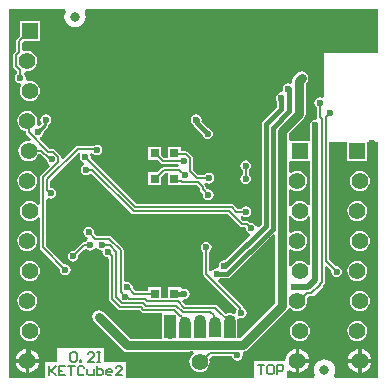
<source format=gtl>
G04*
G04 #@! TF.GenerationSoftware,Altium Limited,Altium Designer,21.4.1 (30)*
G04*
G04 Layer_Physical_Order=1*
G04 Layer_Color=255*
%FSLAX25Y25*%
%MOIN*%
G70*
G04*
G04 #@! TF.SameCoordinates,FDA7AB05-C33E-465C-AB53-71C79C1F0B70*
G04*
G04*
G04 #@! TF.FilePolarity,Positive*
G04*
G01*
G75*
%ADD10C,0.00787*%
%ADD12C,0.00800*%
%ADD15C,0.01000*%
%ADD16R,0.03150X0.03150*%
%ADD17C,0.03150*%
%ADD18R,0.04000X0.05591*%
%ADD25C,0.05512*%
%ADD31C,0.01575*%
%ADD32C,0.02000*%
%ADD33C,0.01500*%
%ADD34C,0.03150*%
%ADD35C,0.03937*%
%ADD36R,0.04000X0.05762*%
%ADD37R,0.04000X0.05153*%
%ADD38R,0.04000X0.04962*%
%ADD39O,0.04000X0.04724*%
%ADD40R,0.04000X0.04724*%
%ADD41C,0.05500*%
%ADD42R,0.05500X0.05500*%
%ADD43C,0.02362*%
G36*
X124379Y109744D02*
X106601D01*
Y95302D01*
X105801Y94875D01*
X105717Y94931D01*
X105026Y95068D01*
X104335Y94931D01*
X103749Y94539D01*
X103357Y93953D01*
X103220Y93262D01*
X103357Y92571D01*
X103749Y91984D01*
X104023Y91802D01*
Y88493D01*
X104057Y88321D01*
X103699Y87757D01*
X103493Y87576D01*
X102906Y87459D01*
X102320Y87068D01*
X101928Y86482D01*
X101791Y85790D01*
X101928Y85099D01*
X101975Y85029D01*
Y81284D01*
X101733Y80585D01*
X101175Y80585D01*
X95451D01*
X95052Y80585D01*
X94651Y81218D01*
Y82950D01*
X99740Y88039D01*
X100218Y88755D01*
X100386Y89600D01*
Y99767D01*
X100561Y99942D01*
X101040Y100658D01*
X101208Y101503D01*
X101040Y102348D01*
X100561Y103064D01*
X99845Y103543D01*
X99000Y103711D01*
X98155Y103543D01*
X97439Y103064D01*
X96618Y102243D01*
X96139Y101526D01*
X95971Y100681D01*
Y100054D01*
X95237Y99603D01*
X95171Y99603D01*
X94529Y99731D01*
X93838Y99593D01*
X93252Y99202D01*
X92860Y98615D01*
X92723Y97924D01*
X92809Y97488D01*
X92301Y96815D01*
X92258Y96782D01*
X91567Y96645D01*
X90981Y96253D01*
X90589Y95667D01*
X90452Y94976D01*
X90589Y94285D01*
X90891Y93833D01*
Y91905D01*
X86061Y87074D01*
X85765Y86631D01*
X85661Y86108D01*
Y52861D01*
X84784Y51985D01*
X84427Y52028D01*
X83871Y52203D01*
X83556Y52673D01*
X82970Y53065D01*
X82279Y53202D01*
X81956Y53138D01*
X81450Y53645D01*
X81124Y53862D01*
X80740Y53939D01*
X79453D01*
X78703Y54689D01*
X78824Y55363D01*
X78967Y55556D01*
X79258Y55561D01*
X79742Y55238D01*
X80433Y55100D01*
X81124Y55238D01*
X81710Y55629D01*
X82102Y56215D01*
X82239Y56907D01*
X82102Y57598D01*
X81710Y58184D01*
X81124Y58576D01*
X80433Y58713D01*
X79742Y58576D01*
X79156Y58184D01*
X78973Y57910D01*
X77706D01*
X76446Y59170D01*
X76120Y59388D01*
X75736Y59464D01*
X43975D01*
X28689Y74750D01*
X28753Y75073D01*
X28616Y75764D01*
X28954Y76504D01*
X29041Y76568D01*
X29276Y76513D01*
X29431Y76282D01*
X30017Y75890D01*
X30709Y75753D01*
X31400Y75890D01*
X31986Y76282D01*
X32377Y76868D01*
X32515Y77559D01*
X32377Y78250D01*
X31986Y78836D01*
X31400Y79228D01*
X30709Y79365D01*
X30017Y79228D01*
X29664Y78992D01*
X29460Y79032D01*
X24486D01*
X24102Y78956D01*
X23777Y78738D01*
X19656Y74618D01*
X18917Y74924D01*
Y75306D01*
X18841Y75690D01*
X18623Y76016D01*
X16961Y77678D01*
X16635Y77896D01*
X16251Y77972D01*
X14943D01*
X11829Y81086D01*
X11942Y81756D01*
X12058Y81988D01*
X12557Y82321D01*
X12948Y82907D01*
X13086Y83598D01*
X13047Y83793D01*
X14237Y84984D01*
X14237Y84984D01*
X14479Y85345D01*
X14563Y85770D01*
Y85963D01*
X15051Y86289D01*
X15442Y86875D01*
X15580Y87567D01*
X15442Y88258D01*
X15051Y88844D01*
X14465Y89235D01*
X13773Y89373D01*
X13082Y89235D01*
X12496Y88844D01*
X12105Y88258D01*
X11967Y87567D01*
X12105Y86875D01*
X12339Y86524D01*
Y86231D01*
X11958Y85849D01*
X11746Y85807D01*
X11418Y85589D01*
X10780Y86052D01*
X10739Y86113D01*
X10847Y86372D01*
X10961Y87244D01*
X10847Y88116D01*
X10510Y88929D01*
X9975Y89627D01*
X9277Y90162D01*
X8464Y90499D01*
X7592Y90614D01*
X6720Y90499D01*
X5907Y90162D01*
X5210Y89627D01*
X4674Y88929D01*
X4338Y88116D01*
X4223Y87244D01*
X4338Y86372D01*
X4674Y85560D01*
X5210Y84862D01*
X5907Y84326D01*
X6720Y83990D01*
X6994Y83954D01*
Y83499D01*
X7070Y83115D01*
X7287Y82789D01*
X8757Y81320D01*
X8383Y80562D01*
X7992Y80614D01*
X7120Y80499D01*
X6307Y80162D01*
X5610Y79627D01*
X5074Y78929D01*
X4737Y78116D01*
X4623Y77244D01*
X4737Y76372D01*
X5074Y75560D01*
X5610Y74862D01*
X6307Y74326D01*
X7120Y73990D01*
X7992Y73875D01*
X8864Y73990D01*
X9677Y74326D01*
X10374Y74862D01*
X10910Y75560D01*
X11133Y76097D01*
X11929Y76181D01*
X14002Y74108D01*
X14079Y73718D01*
X14471Y73132D01*
X14777Y72927D01*
X14983Y72002D01*
X12086Y69104D01*
X11868Y68779D01*
X11792Y68394D01*
Y59615D01*
X10992Y59344D01*
X10775Y59627D01*
X10077Y60162D01*
X9264Y60499D01*
X8392Y60614D01*
X7520Y60499D01*
X6707Y60162D01*
X6010Y59627D01*
X5474Y58929D01*
X5138Y58116D01*
X5023Y57244D01*
X5138Y56372D01*
X5474Y55560D01*
X6010Y54862D01*
X6707Y54326D01*
X7520Y53990D01*
X8392Y53875D01*
X9264Y53990D01*
X10077Y54326D01*
X10775Y54862D01*
X10992Y55145D01*
X11792Y54873D01*
Y45059D01*
X11868Y44675D01*
X12086Y44350D01*
X18458Y37978D01*
X18394Y37655D01*
X18531Y36963D01*
X18923Y36377D01*
X19509Y35986D01*
X20200Y35848D01*
X20891Y35986D01*
X21477Y36377D01*
X21869Y36963D01*
X22006Y37655D01*
X21869Y38346D01*
X21477Y38932D01*
X20891Y39323D01*
X20200Y39461D01*
X19877Y39397D01*
X13799Y45475D01*
Y61029D01*
X14599Y61457D01*
X14663Y61414D01*
X15354Y61276D01*
X16046Y61414D01*
X16632Y61805D01*
X17023Y62391D01*
X17161Y63083D01*
X17023Y63774D01*
X16632Y64360D01*
X16046Y64751D01*
X15354Y64889D01*
X15177Y65035D01*
Y67300D01*
X24551Y76674D01*
X24947Y76687D01*
X25140Y76456D01*
X25293Y75787D01*
X25278Y75764D01*
X25141Y75073D01*
X25278Y74382D01*
X25670Y73795D01*
X26256Y73404D01*
X26499Y73356D01*
Y72540D01*
X26474Y72535D01*
X25888Y72143D01*
X25496Y71557D01*
X25359Y70866D01*
X25496Y70175D01*
X25888Y69589D01*
X26474Y69197D01*
X27165Y69060D01*
X27857Y69197D01*
X28443Y69589D01*
X29266Y69385D01*
X42279Y56373D01*
X42604Y56156D01*
X42988Y56079D01*
X74474D01*
X78328Y52225D01*
X78654Y52008D01*
X79037Y51932D01*
X79790D01*
X80473Y51396D01*
X80610Y50705D01*
X81002Y50118D01*
X81472Y49804D01*
X81647Y49248D01*
X81690Y48891D01*
X73520Y40720D01*
X73230Y40778D01*
X72539Y40641D01*
X71953Y40249D01*
X71561Y39663D01*
X71424Y38972D01*
X71457Y38806D01*
X70841Y38113D01*
X70841Y38113D01*
X70150Y37976D01*
X69564Y37584D01*
X69512Y37506D01*
X68476Y37279D01*
X68472Y37280D01*
X68255Y37441D01*
Y43603D01*
X68523Y43782D01*
X68914Y44368D01*
X69052Y45059D01*
X68914Y45750D01*
X68523Y46336D01*
X67937Y46728D01*
X67246Y46865D01*
X66554Y46728D01*
X65968Y46336D01*
X65577Y45750D01*
X65439Y45059D01*
X65577Y44368D01*
X65968Y43782D01*
X66236Y43603D01*
Y36219D01*
X66312Y35833D01*
X66531Y35505D01*
X77541Y24495D01*
X77240Y24044D01*
X77103Y23353D01*
X77133Y23199D01*
X76407Y22748D01*
X76306Y22825D01*
X75676Y23086D01*
X75000Y23175D01*
X74324Y23086D01*
X73765Y22854D01*
X70985Y25634D01*
X70660Y25852D01*
X70276Y25928D01*
X60360D01*
X59268Y27020D01*
X59663Y27757D01*
X59842Y27721D01*
X60534Y27859D01*
X61120Y28250D01*
X61511Y28836D01*
X61649Y29528D01*
X61511Y30219D01*
X61120Y30805D01*
X60534Y31196D01*
X59842Y31334D01*
X59588Y31283D01*
X58788Y31791D01*
Y31791D01*
X54457D01*
Y28070D01*
X52292D01*
Y31791D01*
X47961D01*
Y30630D01*
X43713D01*
X42649Y31694D01*
X42650Y31702D01*
X42513Y32394D01*
X42121Y32980D01*
X41535Y33371D01*
X40844Y33509D01*
X40482Y33437D01*
X39682Y33946D01*
Y44254D01*
X39605Y44641D01*
X39386Y44969D01*
X35641Y48714D01*
X35313Y48933D01*
X34927Y49010D01*
X30627D01*
X29744Y49893D01*
X29806Y50209D01*
X29669Y50900D01*
X29277Y51486D01*
X28691Y51877D01*
X28000Y52015D01*
X27309Y51877D01*
X26723Y51486D01*
X26331Y50900D01*
X26194Y50209D01*
X26331Y49517D01*
X26723Y48931D01*
X27309Y48540D01*
X27552Y48491D01*
X27694Y48291D01*
X27712Y48164D01*
X27447Y47258D01*
X27218Y47106D01*
X27003Y46783D01*
X26482D01*
X26096Y46707D01*
X25768Y46488D01*
X23109Y43828D01*
X22835Y43883D01*
X22143Y43746D01*
X21557Y43354D01*
X21166Y42768D01*
X21028Y42077D01*
X21166Y41385D01*
X21557Y40799D01*
X22143Y40408D01*
X22835Y40270D01*
X23526Y40408D01*
X24112Y40799D01*
X24503Y41385D01*
X24641Y42077D01*
X24570Y42433D01*
X26429Y44292D01*
X27218Y44551D01*
X27804Y44159D01*
X28495Y44022D01*
X29187Y44159D01*
X29773Y44551D01*
X30060Y44982D01*
X30422Y45053D01*
X30588D01*
X30949Y44982D01*
X31237Y44551D01*
X31823Y44159D01*
X32514Y44022D01*
X32648Y43888D01*
X32576Y43525D01*
X32713Y42834D01*
X33105Y42248D01*
X33691Y41856D01*
X34382Y41719D01*
X34814Y40989D01*
Y27972D01*
X34890Y27588D01*
X35108Y27262D01*
X37923Y24447D01*
X38248Y24230D01*
X38632Y24153D01*
X45015D01*
X45567Y23601D01*
X45893Y23384D01*
X46277Y23307D01*
X51674D01*
X52409Y23153D01*
Y20317D01*
X52361Y20200D01*
Y14609D01*
X41876D01*
X33017Y23469D01*
X32300Y23947D01*
X31455Y24115D01*
X30611Y23947D01*
X29894Y23469D01*
X29416Y22752D01*
X29248Y21907D01*
X29416Y21063D01*
X29894Y20346D01*
X39400Y10840D01*
X40117Y10362D01*
X40962Y10194D01*
X60805D01*
X61650Y10362D01*
X61748Y10428D01*
X62728D01*
X63000Y9628D01*
X62613Y9331D01*
X62077Y8632D01*
X61740Y7818D01*
X61625Y6944D01*
X61740Y6071D01*
X62077Y5257D01*
X62613Y4558D01*
X63312Y4021D01*
X64126Y3684D01*
X65000Y3569D01*
X65874Y3684D01*
X66688Y4021D01*
X67387Y4558D01*
X67923Y5257D01*
X68260Y6071D01*
X68375Y6944D01*
X68260Y7818D01*
X68189Y7991D01*
X69030Y8833D01*
X75865D01*
X75959Y8364D01*
X76350Y7778D01*
X76936Y7386D01*
X77627Y7249D01*
X78319Y7386D01*
X78905Y7778D01*
X79296Y8364D01*
X79434Y9055D01*
X79320Y9628D01*
X79410Y9918D01*
X79776Y10469D01*
X80413Y10596D01*
X81129Y11074D01*
X94004Y23949D01*
X94422Y24574D01*
X94779Y24704D01*
X95320Y24777D01*
X95908Y24326D01*
X96720Y23990D01*
X97592Y23875D01*
X98464Y23990D01*
X99277Y24326D01*
X99975Y24862D01*
X100510Y25559D01*
X100847Y26372D01*
X100962Y27244D01*
X100848Y28106D01*
X101362Y28702D01*
X102304D01*
X102690Y28779D01*
X103018Y28998D01*
X105984Y31963D01*
X105984Y31963D01*
X106202Y32291D01*
X106241Y32485D01*
X106472Y32716D01*
X106690Y33042D01*
X106766Y33426D01*
Y38438D01*
X107505Y38744D01*
X108931Y37319D01*
X108866Y36996D01*
X109004Y36304D01*
X109395Y35718D01*
X109981Y35327D01*
X110673Y35189D01*
X111364Y35327D01*
X111950Y35718D01*
X112341Y36304D01*
X112479Y36996D01*
X112341Y37687D01*
X111950Y38273D01*
X111364Y38664D01*
X110673Y38802D01*
X110350Y38738D01*
X108144Y40944D01*
Y80336D01*
X114252D01*
Y73904D01*
X120933D01*
Y80336D01*
X124379D01*
Y1606D01*
X110046D01*
X109651Y2406D01*
X109679Y2441D01*
X110034Y3299D01*
X110155Y4218D01*
X110034Y5138D01*
X109679Y5995D01*
X109114Y6731D01*
X108378Y7296D01*
X107521Y7651D01*
X106601Y7772D01*
X105681Y7651D01*
X104824Y7296D01*
X104088Y6731D01*
X103523Y5995D01*
X103168Y5138D01*
X103047Y4218D01*
X103168Y3299D01*
X103523Y2441D01*
X103550Y2406D01*
X103156Y1606D01*
X94214D01*
Y3957D01*
X95014Y4267D01*
X95610Y3810D01*
X96566Y3414D01*
X97002Y3357D01*
Y7244D01*
Y11131D01*
X96566Y11074D01*
X95610Y10678D01*
X94789Y10048D01*
X94159Y9227D01*
X93762Y8270D01*
X93642Y7359D01*
X83062D01*
Y1606D01*
X40478Y1606D01*
Y6920D01*
X33299D01*
Y11446D01*
X17424D01*
Y6920D01*
X13583D01*
Y1606D01*
X1606D01*
X1606Y124379D01*
X20055D01*
X20387Y123579D01*
X20093Y122869D01*
X19972Y121949D01*
X20093Y121029D01*
X20448Y120172D01*
X21013Y119436D01*
X21749Y118871D01*
X22606Y118516D01*
X23526Y118395D01*
X24446Y118516D01*
X25303Y118871D01*
X26039Y119436D01*
X26604Y120172D01*
X26959Y121029D01*
X27080Y121949D01*
X26959Y122869D01*
X26665Y123579D01*
X26996Y124379D01*
X83000Y124379D01*
X124379D01*
Y109744D01*
D02*
G37*
G36*
X101175Y73904D02*
X101733Y73904D01*
X101975Y73204D01*
Y59309D01*
X101955Y59297D01*
X101175Y59105D01*
X100775Y59627D01*
X100077Y60162D01*
X99264Y60499D01*
X98392Y60614D01*
X97520Y60499D01*
X96708Y60162D01*
X96010Y59627D01*
X95474Y58929D01*
X95451Y58872D01*
X94651Y59031D01*
Y64331D01*
X94689Y64367D01*
X95451Y64677D01*
X95908Y64326D01*
X96720Y63990D01*
X97592Y63875D01*
X98464Y63990D01*
X99277Y64326D01*
X99975Y64862D01*
X100510Y65559D01*
X100847Y66372D01*
X100962Y67244D01*
X100847Y68116D01*
X100510Y68929D01*
X99975Y69627D01*
X99277Y70162D01*
X98464Y70499D01*
X97592Y70613D01*
X96720Y70499D01*
X95908Y70162D01*
X95451Y69811D01*
X94689Y70121D01*
X94651Y70157D01*
Y73270D01*
X95052Y73904D01*
X95451Y73904D01*
X101175D01*
D02*
G37*
G36*
X95474Y55559D02*
X96010Y54862D01*
X96708Y54326D01*
X97520Y53989D01*
X98392Y53875D01*
X99264Y53989D01*
X100077Y54326D01*
X100775Y54862D01*
X101175Y55384D01*
X101955Y55191D01*
X101975Y55179D01*
Y39309D01*
X101955Y39297D01*
X101175Y39105D01*
X100775Y39627D01*
X100077Y40162D01*
X99264Y40499D01*
X98392Y40613D01*
X97520Y40499D01*
X96708Y40162D01*
X96010Y39627D01*
X95474Y38929D01*
X95451Y38872D01*
X94651Y39031D01*
Y44331D01*
X94689Y44367D01*
X95451Y44677D01*
X95908Y44326D01*
X96720Y43990D01*
X97592Y43875D01*
X98464Y43990D01*
X99277Y44326D01*
X99975Y44862D01*
X100510Y45559D01*
X100847Y46372D01*
X100962Y47244D01*
X100847Y48116D01*
X100510Y48929D01*
X99975Y49627D01*
X99277Y50162D01*
X98464Y50499D01*
X97592Y50613D01*
X96720Y50499D01*
X95908Y50162D01*
X95451Y49812D01*
X94689Y50121D01*
X94651Y50157D01*
Y55457D01*
X95451Y55616D01*
X95474Y55559D01*
D02*
G37*
G36*
X90235Y49223D02*
Y26424D01*
X78654Y14843D01*
X77639D01*
Y20562D01*
X77601Y20655D01*
X77531Y21180D01*
X77663Y21332D01*
X78200Y21696D01*
X78218Y21684D01*
X78909Y21547D01*
X79600Y21684D01*
X80186Y22076D01*
X80578Y22662D01*
X80715Y23353D01*
X80578Y24044D01*
X80186Y24630D01*
X79600Y25022D01*
X79600Y25022D01*
X79560Y25225D01*
X79341Y25552D01*
X71147Y33746D01*
X71411Y34614D01*
X71533Y34638D01*
X71738Y34775D01*
X74176D01*
X74699Y34879D01*
X75142Y35175D01*
X89496Y49529D01*
X90235Y49223D01*
D02*
G37*
%LPC*%
G36*
X11733Y120585D02*
X5052D01*
Y115332D01*
X4188Y114469D01*
X3969Y114141D01*
X3893Y113755D01*
Y110669D01*
X3137Y109913D01*
X2919Y109586D01*
X2842Y109199D01*
Y105695D01*
X2919Y105308D01*
X3137Y104981D01*
X4232Y103886D01*
Y102959D01*
X3965Y102780D01*
X3573Y102194D01*
X3436Y101503D01*
X3573Y100812D01*
X3965Y100225D01*
X4551Y99834D01*
X5080Y99729D01*
X5379Y99242D01*
X5474Y98929D01*
X5138Y98116D01*
X5023Y97244D01*
X5138Y96372D01*
X5474Y95560D01*
X6010Y94862D01*
X6707Y94326D01*
X7520Y93990D01*
X8392Y93875D01*
X9264Y93990D01*
X10077Y94326D01*
X10775Y94862D01*
X11310Y95560D01*
X11647Y96372D01*
X11761Y97244D01*
X11647Y98116D01*
X11310Y98929D01*
X10775Y99627D01*
X10077Y100162D01*
X9264Y100499D01*
X8392Y100614D01*
X7604Y100510D01*
X7587Y100517D01*
X7328Y100725D01*
X6976Y101139D01*
X7048Y101503D01*
X6911Y102194D01*
X6519Y102780D01*
X6576Y103367D01*
X7292Y103914D01*
X7592Y103875D01*
X8464Y103990D01*
X9277Y104326D01*
X9500Y104498D01*
X9514Y104500D01*
X9842Y104719D01*
X9897Y104802D01*
X9975Y104862D01*
X10510Y105560D01*
X10847Y106372D01*
X10961Y107244D01*
X10847Y108116D01*
X10510Y108929D01*
X9975Y109627D01*
X9277Y110162D01*
X8464Y110499D01*
X7592Y110614D01*
X6720Y110499D01*
X6713Y110496D01*
X5912Y111030D01*
Y113336D01*
X6480Y113904D01*
X11733D01*
Y120585D01*
D02*
G37*
G36*
X63884Y89380D02*
X63192Y89243D01*
X62606Y88851D01*
X62215Y88265D01*
X62077Y87574D01*
X62215Y86883D01*
X62606Y86297D01*
X62709Y86228D01*
X62736Y86093D01*
X63041Y85637D01*
X65903Y82775D01*
X65996Y82309D01*
X66387Y81723D01*
X66973Y81331D01*
X67665Y81194D01*
X68356Y81331D01*
X68942Y81723D01*
X69333Y82309D01*
X69471Y83000D01*
X69333Y83691D01*
X68942Y84277D01*
X68356Y84669D01*
X67890Y84762D01*
X65588Y87063D01*
X65690Y87574D01*
X65552Y88265D01*
X65161Y88851D01*
X64575Y89243D01*
X63884Y89380D01*
D02*
G37*
G36*
X58788Y78659D02*
X54457D01*
Y74899D01*
X53140D01*
X52292Y75747D01*
Y78659D01*
X47961D01*
Y74328D01*
X50873D01*
X52015Y73186D01*
X52341Y72968D01*
X52725Y72892D01*
X57723D01*
X57980Y72632D01*
X57795Y72075D01*
X57550Y71832D01*
X53061D01*
X52677Y71755D01*
X52352Y71538D01*
X50873Y70059D01*
X47961D01*
Y65728D01*
X52292D01*
Y68640D01*
X53477Y69825D01*
X54457D01*
Y65728D01*
X58788D01*
Y65728D01*
X59074Y65963D01*
X59103Y65957D01*
X63906D01*
X64979Y64884D01*
Y64457D01*
X65055Y64073D01*
X65273Y63748D01*
X66108Y62913D01*
X66044Y62590D01*
X66181Y61898D01*
X66573Y61312D01*
X67159Y60921D01*
X67850Y60783D01*
X68541Y60921D01*
X69127Y61312D01*
X69519Y61898D01*
X69656Y62590D01*
X69519Y63281D01*
X69127Y63867D01*
X68541Y64259D01*
X67850Y64396D01*
X67527Y64332D01*
X66986Y64873D01*
Y65300D01*
X66909Y65684D01*
X66692Y66009D01*
X66640Y66062D01*
X67150Y66683D01*
X67456Y66478D01*
X68148Y66341D01*
X68839Y66478D01*
X69425Y66870D01*
X69817Y67456D01*
X69954Y68147D01*
X69817Y68838D01*
X69425Y69424D01*
X68839Y69816D01*
X68148Y69953D01*
X67456Y69816D01*
X66870Y69424D01*
X66816Y69342D01*
X64510D01*
X62849Y71004D01*
Y74792D01*
X62772Y75176D01*
X62555Y75502D01*
X61286Y76770D01*
X60961Y76988D01*
X60576Y77064D01*
X58788D01*
Y78659D01*
D02*
G37*
G36*
X80315Y74145D02*
X79624Y74007D01*
X79037Y73616D01*
X78646Y73030D01*
X78509Y72338D01*
X78646Y71647D01*
X79037Y71061D01*
X79311Y70878D01*
Y69468D01*
X79037Y69285D01*
X78646Y68699D01*
X78508Y68008D01*
X78646Y67316D01*
X79037Y66730D01*
X79624Y66339D01*
X80315Y66201D01*
X81006Y66339D01*
X81592Y66730D01*
X81984Y67316D01*
X82121Y68008D01*
X81984Y68699D01*
X81592Y69285D01*
X81318Y69468D01*
Y70878D01*
X81592Y71061D01*
X81984Y71647D01*
X82121Y72338D01*
X81984Y73030D01*
X81592Y73616D01*
X81006Y74007D01*
X80315Y74145D01*
D02*
G37*
G36*
X7592Y70614D02*
X6720Y70499D01*
X5907Y70162D01*
X5210Y69627D01*
X4674Y68929D01*
X4338Y68116D01*
X4223Y67244D01*
X4338Y66372D01*
X4674Y65560D01*
X5210Y64862D01*
X5907Y64326D01*
X6720Y63990D01*
X7592Y63875D01*
X8464Y63990D01*
X9277Y64326D01*
X9975Y64862D01*
X10510Y65560D01*
X10847Y66372D01*
X10961Y67244D01*
X10847Y68116D01*
X10510Y68929D01*
X9975Y69627D01*
X9277Y70162D01*
X8464Y70499D01*
X7592Y70614D01*
D02*
G37*
G36*
X118392Y70613D02*
X117520Y70499D01*
X116707Y70162D01*
X116010Y69627D01*
X115474Y68929D01*
X115138Y68116D01*
X115023Y67244D01*
X115138Y66372D01*
X115474Y65559D01*
X116010Y64862D01*
X116707Y64326D01*
X117520Y63990D01*
X118392Y63875D01*
X119264Y63990D01*
X120077Y64326D01*
X120775Y64862D01*
X121310Y65559D01*
X121647Y66372D01*
X121762Y67244D01*
X121647Y68116D01*
X121310Y68929D01*
X120775Y69627D01*
X120077Y70162D01*
X119264Y70499D01*
X118392Y70613D01*
D02*
G37*
G36*
X117592Y60614D02*
X116720Y60499D01*
X115907Y60162D01*
X115210Y59627D01*
X114674Y58929D01*
X114338Y58116D01*
X114223Y57244D01*
X114338Y56372D01*
X114674Y55559D01*
X115210Y54862D01*
X115907Y54326D01*
X116720Y53989D01*
X117592Y53875D01*
X118464Y53989D01*
X119277Y54326D01*
X119975Y54862D01*
X120510Y55559D01*
X120847Y56372D01*
X120961Y57244D01*
X120847Y58116D01*
X120510Y58929D01*
X119975Y59627D01*
X119277Y60162D01*
X118464Y60499D01*
X117592Y60614D01*
D02*
G37*
G36*
X7592Y50614D02*
X6720Y50499D01*
X5907Y50162D01*
X5210Y49627D01*
X4674Y48929D01*
X4338Y48116D01*
X4223Y47244D01*
X4338Y46372D01*
X4674Y45560D01*
X5210Y44862D01*
X5907Y44326D01*
X6720Y43990D01*
X7592Y43875D01*
X8464Y43990D01*
X9277Y44326D01*
X9975Y44862D01*
X10510Y45560D01*
X10847Y46372D01*
X10961Y47244D01*
X10847Y48116D01*
X10510Y48929D01*
X9975Y49627D01*
X9277Y50162D01*
X8464Y50499D01*
X7592Y50614D01*
D02*
G37*
G36*
X118392Y50613D02*
X117520Y50499D01*
X116707Y50162D01*
X116010Y49627D01*
X115474Y48929D01*
X115138Y48116D01*
X115023Y47244D01*
X115138Y46372D01*
X115474Y45559D01*
X116010Y44862D01*
X116707Y44326D01*
X117520Y43990D01*
X118392Y43875D01*
X119264Y43990D01*
X120077Y44326D01*
X120775Y44862D01*
X121310Y45559D01*
X121647Y46372D01*
X121762Y47244D01*
X121647Y48116D01*
X121310Y48929D01*
X120775Y49627D01*
X120077Y50162D01*
X119264Y50499D01*
X118392Y50613D01*
D02*
G37*
G36*
X8392Y40614D02*
X7520Y40499D01*
X6707Y40162D01*
X6010Y39627D01*
X5474Y38929D01*
X5138Y38116D01*
X5023Y37244D01*
X5138Y36372D01*
X5474Y35560D01*
X6010Y34862D01*
X6707Y34326D01*
X7520Y33990D01*
X8392Y33875D01*
X9264Y33990D01*
X10077Y34326D01*
X10775Y34862D01*
X11310Y35560D01*
X11647Y36372D01*
X11761Y37244D01*
X11647Y38116D01*
X11310Y38929D01*
X10775Y39627D01*
X10077Y40162D01*
X9264Y40499D01*
X8392Y40614D01*
D02*
G37*
G36*
X117592Y40613D02*
X116720Y40499D01*
X115907Y40162D01*
X115210Y39627D01*
X114674Y38929D01*
X114338Y38116D01*
X114223Y37244D01*
X114338Y36372D01*
X114674Y35559D01*
X115210Y34862D01*
X115907Y34326D01*
X116720Y33990D01*
X117592Y33875D01*
X118464Y33990D01*
X119277Y34326D01*
X119975Y34862D01*
X120510Y35559D01*
X120847Y36372D01*
X120961Y37244D01*
X120847Y38116D01*
X120510Y38929D01*
X119975Y39627D01*
X119277Y40162D01*
X118464Y40499D01*
X117592Y40613D01*
D02*
G37*
G36*
X7592Y30614D02*
X6720Y30499D01*
X5907Y30162D01*
X5210Y29627D01*
X4674Y28929D01*
X4338Y28116D01*
X4223Y27244D01*
X4338Y26372D01*
X4674Y25560D01*
X5210Y24862D01*
X5907Y24326D01*
X6720Y23990D01*
X7592Y23875D01*
X8464Y23990D01*
X9277Y24326D01*
X9975Y24862D01*
X10510Y25560D01*
X10847Y26372D01*
X10961Y27244D01*
X10847Y28116D01*
X10510Y28929D01*
X9975Y29627D01*
X9277Y30162D01*
X8464Y30499D01*
X7592Y30614D01*
D02*
G37*
G36*
X118392Y30613D02*
X117520Y30499D01*
X116707Y30162D01*
X116010Y29627D01*
X115474Y28929D01*
X115138Y28116D01*
X115023Y27244D01*
X115138Y26372D01*
X115474Y25559D01*
X116010Y24862D01*
X116707Y24326D01*
X117520Y23990D01*
X118392Y23875D01*
X119264Y23990D01*
X120077Y24326D01*
X120775Y24862D01*
X121310Y25559D01*
X121647Y26372D01*
X121762Y27244D01*
X121647Y28116D01*
X121310Y28929D01*
X120775Y29627D01*
X120077Y30162D01*
X119264Y30499D01*
X118392Y30613D01*
D02*
G37*
G36*
X117592Y20614D02*
X116720Y20499D01*
X115907Y20162D01*
X115210Y19627D01*
X114674Y18929D01*
X114338Y18116D01*
X114223Y17244D01*
X114338Y16372D01*
X114674Y15559D01*
X115210Y14862D01*
X115907Y14326D01*
X116720Y13990D01*
X117592Y13875D01*
X118464Y13990D01*
X119277Y14326D01*
X119975Y14862D01*
X120510Y15559D01*
X120847Y16372D01*
X120961Y17244D01*
X120847Y18116D01*
X120510Y18929D01*
X119975Y19627D01*
X119277Y20162D01*
X118464Y20499D01*
X117592Y20614D01*
D02*
G37*
G36*
X98392D02*
X97520Y20499D01*
X96708Y20162D01*
X96010Y19627D01*
X95474Y18929D01*
X95138Y18116D01*
X95023Y17244D01*
X95138Y16372D01*
X95474Y15559D01*
X96010Y14862D01*
X96708Y14326D01*
X97520Y13990D01*
X98392Y13875D01*
X99264Y13990D01*
X100077Y14326D01*
X100775Y14862D01*
X101310Y15559D01*
X101647Y16372D01*
X101762Y17244D01*
X101647Y18116D01*
X101310Y18929D01*
X100775Y19627D01*
X100077Y20162D01*
X99264Y20499D01*
X98392Y20614D01*
D02*
G37*
G36*
X8392Y20613D02*
X7520Y20498D01*
X6707Y20162D01*
X6010Y19626D01*
X5474Y18929D01*
X5138Y18116D01*
X5023Y17244D01*
X5138Y16372D01*
X5474Y15559D01*
X6010Y14861D01*
X6707Y14326D01*
X7520Y13989D01*
X8392Y13874D01*
X9264Y13989D01*
X10077Y14326D01*
X10775Y14861D01*
X11310Y15559D01*
X11647Y16372D01*
X11761Y17244D01*
X11647Y18116D01*
X11310Y18929D01*
X10775Y19626D01*
X10077Y20162D01*
X9264Y20498D01*
X8392Y20613D01*
D02*
G37*
G36*
X118983Y11131D02*
Y7835D01*
X122279D01*
X122222Y8270D01*
X121826Y9227D01*
X121196Y10048D01*
X120375Y10678D01*
X119418Y11074D01*
X118983Y11131D01*
D02*
G37*
G36*
X98183D02*
Y7835D01*
X101480D01*
X101422Y8270D01*
X101026Y9227D01*
X100396Y10048D01*
X99575Y10678D01*
X98619Y11074D01*
X98183Y11131D01*
D02*
G37*
G36*
X117802Y11131D02*
X117366Y11074D01*
X116410Y10678D01*
X115588Y10048D01*
X114958Y9227D01*
X114562Y8270D01*
X114505Y7835D01*
X117802D01*
Y11131D01*
D02*
G37*
G36*
X8183Y11131D02*
Y7835D01*
X11479D01*
X11422Y8270D01*
X11026Y9226D01*
X10396Y10048D01*
X9575Y10678D01*
X8618Y11074D01*
X8183Y11131D01*
D02*
G37*
G36*
X7002Y11131D02*
X6566Y11074D01*
X5610Y10678D01*
X4788Y10048D01*
X4158Y9226D01*
X3762Y8270D01*
X3705Y7835D01*
X7002D01*
Y11131D01*
D02*
G37*
G36*
X117802Y6654D02*
X114505D01*
X114562Y6218D01*
X114958Y5262D01*
X115588Y4440D01*
X116410Y3810D01*
X117366Y3414D01*
X117802Y3357D01*
Y6654D01*
D02*
G37*
G36*
X122279D02*
X118983D01*
Y3357D01*
X119418Y3414D01*
X120375Y3810D01*
X121196Y4440D01*
X121826Y5262D01*
X122222Y6218D01*
X122279Y6654D01*
D02*
G37*
G36*
X101480D02*
X98183D01*
Y3357D01*
X98619Y3414D01*
X99575Y3810D01*
X100396Y4440D01*
X101026Y5262D01*
X101422Y6218D01*
X101480Y6654D01*
D02*
G37*
G36*
X11479Y6653D02*
X8183D01*
Y3357D01*
X8618Y3414D01*
X9575Y3810D01*
X10396Y4440D01*
X11026Y5261D01*
X11422Y6218D01*
X11479Y6653D01*
D02*
G37*
G36*
X7002D02*
X3705D01*
X3762Y6218D01*
X4158Y5261D01*
X4788Y4440D01*
X5610Y3810D01*
X6566Y3414D01*
X7002Y3357D01*
Y6653D01*
D02*
G37*
%LPD*%
D10*
X69706Y19694D02*
X70000Y19400D01*
X69706Y19694D02*
Y22392D01*
X68552Y23547D02*
X69706Y22392D01*
X59356Y23547D02*
X68552D01*
X59945Y24924D02*
X70276D01*
X75000Y20200D01*
X107140Y40528D02*
Y88694D01*
Y40528D02*
X110424Y37244D01*
X105762Y33426D02*
Y87757D01*
X105026Y88493D02*
X105762Y87757D01*
X105270Y32933D02*
X105762Y33426D01*
X105270Y32677D02*
Y32933D01*
X107140Y88694D02*
X108314Y89867D01*
Y89942D01*
X110175Y36996D02*
X110673D01*
X105026Y88493D02*
Y93262D01*
X53061Y70828D02*
X58298D01*
X64094Y68339D02*
X67956D01*
X68148Y68147D01*
X58298Y70828D02*
X60000Y69126D01*
X61845Y70588D02*
Y74792D01*
Y70588D02*
X64094Y68339D01*
X60576Y76061D02*
X61845Y74792D01*
X57055Y76061D02*
X60576D01*
X50127Y76493D02*
X52725Y73895D01*
X59680D01*
X56623Y76493D02*
X57055Y76061D01*
X50127Y67893D02*
X53061Y70828D01*
X65982Y64457D02*
Y65300D01*
X56623Y67893D02*
X57370Y67146D01*
X58917D01*
X59103Y66961D01*
X64321D01*
X65982Y65300D01*
Y64457D02*
X67850Y62590D01*
X14173Y67716D02*
X24486Y78029D01*
X30407Y77860D02*
X30709Y77559D01*
X29460Y78029D02*
X29628Y77860D01*
X30407D01*
X24486Y78029D02*
X29460D01*
X80315Y68008D02*
Y72338D01*
X80315Y72338D01*
X57802Y27067D02*
X59945Y24924D01*
X7997Y83499D02*
X14527Y76969D01*
X16251D02*
X17913Y75306D01*
X14527Y76969D02*
X16251D01*
X7992Y85000D02*
X7997Y84995D01*
Y83499D02*
Y84995D01*
X12795Y68394D02*
X17913Y73513D01*
Y75306D01*
X12795Y45059D02*
Y68394D01*
Y45059D02*
X20200Y37655D01*
Y37655D02*
Y37655D01*
X77290Y56907D02*
X80433D01*
X75736Y58461D02*
X77290Y56907D01*
X74890Y57083D02*
X79037Y52935D01*
X42988Y57083D02*
X74890D01*
X41221Y31702D02*
X43298Y29626D01*
X50127D01*
X47618Y27067D02*
X57802D01*
X46772Y27913D02*
X47618Y27067D01*
X41313Y27913D02*
X46772D01*
X47047Y25689D02*
X57214D01*
X59356Y23547D01*
X35818Y27972D02*
Y42089D01*
X38632Y25157D02*
X45431D01*
X37196Y28542D02*
Y42177D01*
X39203Y26535D02*
X46202D01*
X35818Y27972D02*
X38632Y25157D01*
X37196Y28542D02*
X39203Y26535D01*
X58272Y22682D02*
Y22682D01*
X59134Y21497D02*
X60000Y20631D01*
X58272Y22682D02*
X59134Y21820D01*
Y21497D02*
Y21820D01*
X60000Y19400D02*
Y20631D01*
X40100Y28700D02*
X40526D01*
X41313Y27913D01*
X46202Y26535D02*
X47047Y25689D01*
X45431Y25157D02*
X46277Y24311D01*
X34382Y43525D02*
X35818Y42089D01*
X46277Y24311D02*
X56643D01*
X58272Y22682D01*
X37196Y42177D02*
X37288Y42270D01*
Y43681D01*
X40844Y31702D02*
X41221D01*
X55000Y20200D02*
X55441Y20641D01*
X35141Y45828D02*
X37288Y43681D01*
X32514Y45828D02*
X35141D01*
X43559Y58461D02*
X75736D01*
X80740Y52935D02*
X82279Y51396D01*
X79037Y52935D02*
X80740D01*
X15354Y63083D02*
Y63150D01*
X14173Y64331D02*
X15354Y63150D01*
X14173Y64331D02*
Y67716D01*
X29243Y70828D02*
X42988Y57083D01*
X27203Y70828D02*
X29243D01*
X26947Y75073D02*
X43559Y58461D01*
X27165Y70866D02*
X27203Y70828D01*
X56623Y29626D02*
X56721Y29528D01*
X14961Y5542D02*
Y2393D01*
Y3443D01*
X17060Y5542D01*
X15485Y3967D01*
X17060Y2393D01*
X20208Y5542D02*
X18109D01*
Y2393D01*
X20208D01*
X18109Y3967D02*
X19159D01*
X21258Y5542D02*
X23357D01*
X22307D01*
Y2393D01*
X26506Y5017D02*
X25981Y5542D01*
X24931D01*
X24406Y5017D01*
Y2918D01*
X24931Y2393D01*
X25981D01*
X26506Y2918D01*
X27555Y4492D02*
Y2918D01*
X28080Y2393D01*
X29654D01*
Y4492D01*
X30704Y5542D02*
Y2393D01*
X32278D01*
X32803Y2918D01*
Y3443D01*
Y3967D01*
X32278Y4492D01*
X30704D01*
X35427Y2393D02*
X34377D01*
X33852Y2918D01*
Y3967D01*
X34377Y4492D01*
X35427D01*
X35951Y3967D01*
Y3443D01*
X33852D01*
X39100Y2393D02*
X37001D01*
X39100Y4492D01*
Y5017D01*
X38575Y5542D01*
X37525D01*
X37001Y5017D01*
X21950Y9543D02*
X22475Y10068D01*
X23524D01*
X24049Y9543D01*
Y7444D01*
X23524Y6920D01*
X22475D01*
X21950Y7444D01*
Y9543D01*
X25099Y6920D02*
Y7444D01*
X25623D01*
Y6920D01*
X25099D01*
X29822D02*
X27722D01*
X29822Y9019D01*
Y9543D01*
X29297Y10068D01*
X28247D01*
X27722Y9543D01*
X30871Y10068D02*
X31920D01*
X31396D01*
Y6920D01*
X30871D01*
X31920D01*
X84440Y5981D02*
X86539D01*
X85490D01*
Y2832D01*
X89163Y5981D02*
X88114D01*
X87589Y5456D01*
Y3357D01*
X88114Y2832D01*
X89163D01*
X89688Y3357D01*
Y5456D01*
X89163Y5981D01*
X90737Y2832D02*
Y5981D01*
X92312D01*
X92836Y5456D01*
Y4407D01*
X92312Y3882D01*
X90737D01*
D12*
X28000Y50209D02*
X28000D01*
X30209Y48000D02*
X34927D01*
X28000Y50209D02*
X30209Y48000D01*
X4903Y113755D02*
X8392Y117244D01*
X4903Y110250D02*
Y113755D01*
X3852Y109199D02*
X4903Y110250D01*
X3852Y105695D02*
Y109199D01*
Y105695D02*
X5242Y104305D01*
Y101503D02*
Y104305D01*
X12294Y77244D02*
X14830Y74708D01*
X15449D01*
X15748Y74410D01*
X7992Y77244D02*
X12294D01*
X100922Y29712D02*
X102304D01*
X105270Y32677D02*
X105270D01*
X102304Y29712D02*
X105270Y32677D01*
X97592Y26969D02*
X98179D01*
X100922Y29712D01*
X7933Y105433D02*
X9127D01*
X7500Y105000D02*
X7933Y105433D01*
X11280Y83598D02*
Y84021D01*
X12133Y84874D01*
X66967Y8198D02*
X68612Y9843D01*
X76417D01*
X77205Y9055D02*
X77627D01*
X76417Y9843D02*
X77205Y9055D01*
X65000D02*
X65857Y8198D01*
X66967D01*
X64565Y8620D02*
X65000Y9055D01*
X38672Y30128D02*
X40100Y28700D01*
X38672Y30128D02*
Y44254D01*
X34927Y48000D02*
X38672Y44254D01*
X28440Y45774D02*
X28495Y45828D01*
X26482Y45774D02*
X28440D01*
X22835Y42126D02*
X26482Y45774D01*
X67246Y36219D02*
Y45059D01*
X78627Y23635D02*
X78909Y23353D01*
X78627Y23635D02*
Y24838D01*
X67246Y36219D02*
X78627Y24838D01*
X22835Y42077D02*
Y42126D01*
D15*
X11280Y83598D02*
X13451Y85770D01*
Y86876D01*
X13773Y87198D01*
Y87567D01*
D16*
X50127Y76493D02*
D03*
X56623D02*
D03*
Y67893D02*
D03*
X50127D02*
D03*
Y29626D02*
D03*
X56623D02*
D03*
D17*
X23526Y121949D02*
D03*
X106601Y4218D02*
D03*
D18*
X55000Y17405D02*
D03*
D25*
X65000Y6944D02*
D03*
D31*
X67665Y83000D02*
Y83000D01*
X64034Y86630D02*
Y87423D01*
Y86630D02*
X67665Y83000D01*
X63884Y87574D02*
X64034Y87423D01*
X7592Y6968D02*
X7654Y7031D01*
Y12107D01*
X64835Y7087D02*
X65000D01*
X56721Y29528D02*
X59842D01*
D32*
X101233Y31702D02*
X103597Y34066D01*
Y85790D01*
X96448Y31702D02*
X101233D01*
D33*
X87028Y52295D02*
Y86108D01*
X89328Y84872D02*
X94842Y90387D01*
X89328Y51294D02*
Y84872D01*
X74176Y36142D02*
X89328Y51294D01*
X74135Y39403D02*
X87028Y52295D01*
X73895Y39403D02*
X74135D01*
X71006Y36142D02*
X74176D01*
X73230Y38972D02*
X73463D01*
X73895Y39403D01*
X94529Y97924D02*
X94694Y97759D01*
Y97150D02*
Y97759D01*
Y97150D02*
X94842Y97001D01*
Y90387D02*
Y97001D01*
X87028Y86108D02*
X92258Y91338D01*
Y94976D01*
X70841Y36307D02*
X71006Y36142D01*
D34*
X92443Y25510D02*
Y83865D01*
X98179Y89600D01*
X79568Y12635D02*
X92443Y25510D01*
X61039Y12635D02*
X79568D01*
X98179Y100681D02*
X99000Y101503D01*
X98179Y89600D02*
Y100681D01*
X60805Y12402D02*
X61039Y12635D01*
X40962Y12402D02*
X60805D01*
X31455Y21907D02*
X40962Y12402D01*
D35*
X55000Y16535D02*
Y20200D01*
D36*
X75000Y17681D02*
D03*
X65000D02*
D03*
D37*
X70000Y17377D02*
D03*
D38*
X60000Y17281D02*
D03*
D39*
X70000Y19400D02*
D03*
X65000Y20200D02*
D03*
X75000D02*
D03*
X60000Y19400D02*
D03*
D40*
X55000Y20200D02*
D03*
D41*
X97592Y7244D02*
D03*
X98392Y17244D02*
D03*
X97592Y27244D02*
D03*
X98392Y37244D02*
D03*
X97592Y67244D02*
D03*
Y47244D02*
D03*
X98392Y57244D02*
D03*
X7592Y27244D02*
D03*
X8392Y37244D02*
D03*
X7592Y47244D02*
D03*
X8392Y57244D02*
D03*
X7592Y67244D02*
D03*
Y107244D02*
D03*
X8392Y97244D02*
D03*
X7592Y87244D02*
D03*
X7992Y77244D02*
D03*
X8392Y17244D02*
D03*
X7592Y7244D02*
D03*
X118392Y7244D02*
D03*
X117592Y17244D02*
D03*
X118392Y27244D02*
D03*
Y67244D02*
D03*
X117592Y57244D02*
D03*
X118392Y47244D02*
D03*
X117592Y37244D02*
D03*
D42*
X98392Y77244D02*
D03*
X8392Y117244D02*
D03*
X117592Y77244D02*
D03*
D43*
X35119Y117909D02*
D03*
X32035Y116570D02*
D03*
X29343Y114556D02*
D03*
X27258Y111919D02*
D03*
X25834Y108873D02*
D03*
X25243Y105563D02*
D03*
X25187Y102201D02*
D03*
Y98839D02*
D03*
Y95477D02*
D03*
Y92115D02*
D03*
Y88753D02*
D03*
X29454Y81044D02*
D03*
X32813Y89906D02*
D03*
Y93268D02*
D03*
Y96630D02*
D03*
Y99992D02*
D03*
Y103355D02*
D03*
X44745Y109804D02*
D03*
X48106Y109897D02*
D03*
X49645Y112886D02*
D03*
Y116248D02*
D03*
X67665Y83000D02*
D03*
X63884Y87574D02*
D03*
X100775Y81993D02*
D03*
X26472Y16493D02*
D03*
X19968Y33126D02*
D03*
X20150Y27244D02*
D03*
X5573Y32394D02*
D03*
X6047Y42000D02*
D03*
X4616Y70649D02*
D03*
X21936Y84626D02*
D03*
X33858Y79625D02*
D03*
X40667Y80585D02*
D03*
X81002Y81835D02*
D03*
X85166Y92291D02*
D03*
X105026Y93262D02*
D03*
X75134Y92291D02*
D03*
X67665Y79994D02*
D03*
X28000Y50209D02*
D03*
X15407Y53524D02*
D03*
X13773Y87567D02*
D03*
X2731Y111847D02*
D03*
X5242Y101503D02*
D03*
X14059Y108898D02*
D03*
X6047Y52539D02*
D03*
X5606Y62211D02*
D03*
X3705Y20562D02*
D03*
X80688Y92291D02*
D03*
X68698D02*
D03*
X83833Y73405D02*
D03*
X96042Y71816D02*
D03*
X83900Y68653D02*
D03*
X96010Y81993D02*
D03*
X89030Y47430D02*
D03*
X59680Y73895D02*
D03*
X60000Y69126D02*
D03*
X80315Y64494D02*
D03*
Y68008D02*
D03*
X80315Y72338D02*
D03*
X68148Y68147D02*
D03*
X66481Y27244D02*
D03*
X96448Y31702D02*
D03*
X92258Y122958D02*
D03*
X122835D02*
D03*
X83900Y54050D02*
D03*
X89030Y22097D02*
D03*
X103597Y85790D02*
D03*
X108314Y89942D02*
D03*
X111575Y78029D02*
D03*
X122370Y79825D02*
D03*
X105424Y96253D02*
D03*
X99000Y101503D02*
D03*
X105424Y29351D02*
D03*
X110673Y36996D02*
D03*
X11280Y83598D02*
D03*
X112073Y111137D02*
D03*
X80433Y56907D02*
D03*
X91323Y98032D02*
D03*
X94780Y101192D02*
D03*
X89514Y92618D02*
D03*
X92258Y94976D02*
D03*
X94529Y97924D02*
D03*
X96042Y113300D02*
D03*
X39764Y22410D02*
D03*
X17059Y80116D02*
D03*
X21557Y20000D02*
D03*
X77627Y9055D02*
D03*
X39562Y103987D02*
D03*
X40100Y28700D02*
D03*
X31909Y25456D02*
D03*
X31455Y21907D02*
D03*
X42606Y36537D02*
D03*
X40844Y31702D02*
D03*
X59842Y29528D02*
D03*
X34382Y43525D02*
D03*
X32514Y45828D02*
D03*
X28495D02*
D03*
X31496Y50863D02*
D03*
X82279Y51396D02*
D03*
X28022Y67827D02*
D03*
X20200Y37655D02*
D03*
X85243Y26498D02*
D03*
X77152Y34022D02*
D03*
X67246Y45059D02*
D03*
X66695Y33379D02*
D03*
X70841Y36307D02*
D03*
X78909Y23353D02*
D03*
X67398Y54508D02*
D03*
X94529Y20000D02*
D03*
X93838Y10768D02*
D03*
X55000Y15748D02*
D03*
X81628Y3386D02*
D03*
X15354Y63083D02*
D03*
X17959Y60478D02*
D03*
X85564Y97201D02*
D03*
X108770Y121949D02*
D03*
X85564Y103640D02*
D03*
X92443Y108255D02*
D03*
X28166Y32655D02*
D03*
X67850Y62590D02*
D03*
X122279Y61936D02*
D03*
X102362Y9449D02*
D03*
X115642Y12250D02*
D03*
X122047Y10856D02*
D03*
X3705Y10596D02*
D03*
X31496Y74016D02*
D03*
X35039Y71260D02*
D03*
X41339Y64173D02*
D03*
X51575Y60630D02*
D03*
X54724Y63779D02*
D03*
X39224Y120288D02*
D03*
X39622Y109449D02*
D03*
X85564Y122958D02*
D03*
Y116519D02*
D03*
X54787Y92030D02*
D03*
X73230Y38972D02*
D03*
X63779Y42126D02*
D03*
X26947Y75073D02*
D03*
X22835Y42077D02*
D03*
X27165Y70866D02*
D03*
X15748Y74410D02*
D03*
X33331Y36454D02*
D03*
X59957Y43681D02*
D03*
X56329Y80461D02*
D03*
X46847Y92030D02*
D03*
X96010Y61891D02*
D03*
X96042Y52008D02*
D03*
X95908Y41560D02*
D03*
X113100Y69718D02*
D03*
X30709Y77559D02*
D03*
X83071Y59055D02*
D03*
X82701Y40573D02*
D03*
X40087Y92030D02*
D03*
X39622Y98438D02*
D03*
X122468Y111406D02*
D03*
X31500Y60126D02*
D03*
X35000Y54126D02*
D03*
X45000Y74126D02*
D03*
Y60626D02*
D03*
X41500Y70626D02*
D03*
X34000Y62626D02*
D03*
X62731Y92030D02*
D03*
X46847Y88444D02*
D03*
X82676Y33351D02*
D03*
X51000Y72126D02*
D03*
X12919Y23223D02*
D03*
X122468Y32182D02*
D03*
X112904Y41804D02*
D03*
X122468Y21625D02*
D03*
X113100Y61891D02*
D03*
X113183Y52342D02*
D03*
X88530Y33167D02*
D03*
X51500Y51126D02*
D03*
X45000Y50626D02*
D03*
X54500Y53626D02*
D03*
X102886Y21176D02*
D03*
X41500Y54126D02*
D03*
X85564Y110079D02*
D03*
M02*

</source>
